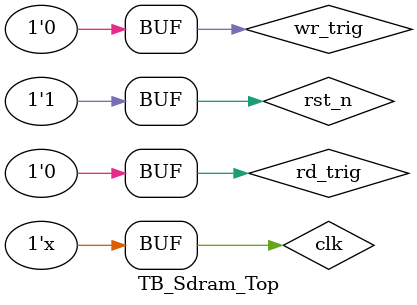
<source format=v>
`timescale      1ns/1ps

module TB_Sdram_Top;

reg         clk;
reg         rst_n;
reg         wr_trig;
reg         rd_trig;

//-------------------------------------------------------
//SDRAM signal
wire            sdram_clk;
wire            sdram_cke;
wire            sdram_cs_n;
wire            sdram_ras_n;
wire            sdram_cas_n;
wire            sdram_we_n;
wire    [1:0]   sdram_bank;
wire    [11:0]  sdram_addr;
wire    [15:0]  sdram_data;
wire    [1:0]   sdram_dqm;

Sdram_Top Sdram_Top_inst(
    .clk                    (clk),
    .rst_n                  (rst_n),
    .sdram_clk              (sdram_clk),
    .sdram_cke              (sdram_cke),
    .sdram_cs_n             (sdram_cs_n),
    .sdram_ras_n            (sdram_ras_n),
    .sdram_cas_n            (sdram_cas_n),
    .sdram_we_n             (sdram_we_n),
    .sdram_bank             (sdram_bank),
    .sdram_addr             (sdram_addr),
    .sdram_data             (sdram_data),
    .sdram_dqm              (sdram_dqm),
    .wr_trig                (wr_trig),
    .rd_trig                (rd_trig)
);
 
defparam    sdram_model_plus_inst.addr_bits = 12;
defparam    sdram_model_plus_inst.data_bits = 16;
defparam    sdram_model_plus_inst.col_bits  = 8;
defparam    sdram_model_plus_inst.mem_sizes = 1048576 - 1;   //1M
    

sdram_model_plus sdram_model_plus_inst(
    .Dq                     (sdram_data), 
    .Addr                   (sdram_addr), 
    .Ba                     (sdram_bank), 
    .Clk                    (sdram_clk),    
    .Cke                    (sdram_cke), 
    .Cs_n                   (sdram_cs_n), 
    .Ras_n                  (sdram_ras_n),
    .Cas_n                  (sdram_cas_n), 
    .We_n                   (sdram_we_n), 
    .Dqm                    (sdram_dqm),
    .Debug                  (1'b1)      //·ÂÕæÄ£ÐÍÔÚµ÷ÊÔÄ£Ê½ÏÂ°Ñdebug¶¨ÒåÎª1
);

initial begin
    clk  = 1'b1;
    rst_n = 1'b0;
    wr_trig = 1'b0;
    rd_trig = 1'b0;
    #100;
    rst_n = 1'b1;
    #215000
    wr_trig = 1'b1;
    #20
    wr_trig = 1'b0;
    #10000
    rd_trig = 1'b1;
    #20
    rd_trig = 1'b0;
end

always #10 clk = ~clk;

endmodule

</source>
